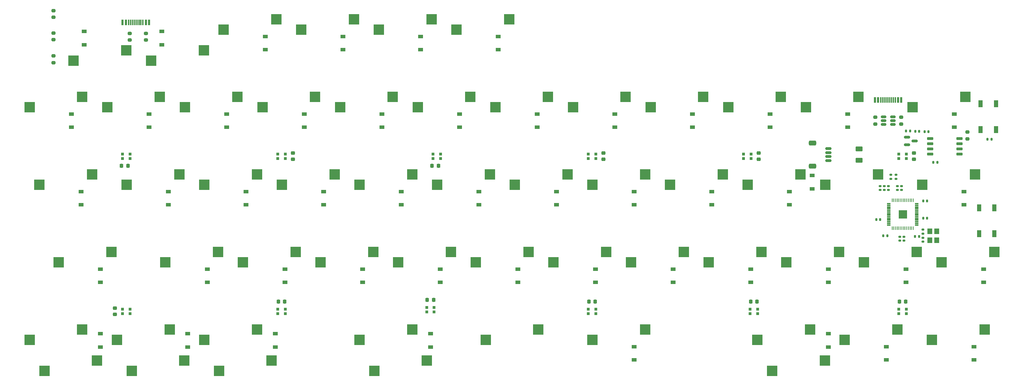
<source format=gbp>
%TF.GenerationSoftware,KiCad,Pcbnew,(6.0.10)*%
%TF.CreationDate,2023-05-22T09:53:43-05:00*%
%TF.ProjectId,Monorail_Steam_Reduced,4d6f6e6f-7261-4696-9c5f-537465616d5f,rev?*%
%TF.SameCoordinates,Original*%
%TF.FileFunction,Paste,Bot*%
%TF.FilePolarity,Positive*%
%FSLAX46Y46*%
G04 Gerber Fmt 4.6, Leading zero omitted, Abs format (unit mm)*
G04 Created by KiCad (PCBNEW (6.0.10)) date 2023-05-22 09:53:43*
%MOMM*%
%LPD*%
G01*
G04 APERTURE LIST*
G04 Aperture macros list*
%AMRoundRect*
0 Rectangle with rounded corners*
0 $1 Rounding radius*
0 $2 $3 $4 $5 $6 $7 $8 $9 X,Y pos of 4 corners*
0 Add a 4 corners polygon primitive as box body*
4,1,4,$2,$3,$4,$5,$6,$7,$8,$9,$2,$3,0*
0 Add four circle primitives for the rounded corners*
1,1,$1+$1,$2,$3*
1,1,$1+$1,$4,$5*
1,1,$1+$1,$6,$7*
1,1,$1+$1,$8,$9*
0 Add four rect primitives between the rounded corners*
20,1,$1+$1,$2,$3,$4,$5,0*
20,1,$1+$1,$4,$5,$6,$7,0*
20,1,$1+$1,$6,$7,$8,$9,0*
20,1,$1+$1,$8,$9,$2,$3,0*%
G04 Aperture macros list end*
%ADD10C,0.010000*%
%ADD11R,2.550000X2.500000*%
%ADD12RoundRect,0.250000X0.625000X-0.375000X0.625000X0.375000X-0.625000X0.375000X-0.625000X-0.375000X0*%
%ADD13R,0.600000X1.450000*%
%ADD14R,0.300000X1.450000*%
%ADD15RoundRect,0.200000X0.275000X-0.200000X0.275000X0.200000X-0.275000X0.200000X-0.275000X-0.200000X0*%
%ADD16RoundRect,0.135000X0.185000X-0.135000X0.185000X0.135000X-0.185000X0.135000X-0.185000X-0.135000X0*%
%ADD17RoundRect,0.150000X0.512500X0.150000X-0.512500X0.150000X-0.512500X-0.150000X0.512500X-0.150000X0*%
%ADD18R,1.200000X0.900000*%
%ADD19RoundRect,0.225000X-0.250000X0.225000X-0.250000X-0.225000X0.250000X-0.225000X0.250000X0.225000X0*%
%ADD20RoundRect,0.135000X-0.135000X-0.185000X0.135000X-0.185000X0.135000X0.185000X-0.135000X0.185000X0*%
%ADD21R,0.700000X0.700000*%
%ADD22RoundRect,0.140000X0.170000X-0.140000X0.170000X0.140000X-0.170000X0.140000X-0.170000X-0.140000X0*%
%ADD23RoundRect,0.225000X0.225000X0.250000X-0.225000X0.250000X-0.225000X-0.250000X0.225000X-0.250000X0*%
%ADD24RoundRect,0.200000X-0.275000X0.200000X-0.275000X-0.200000X0.275000X-0.200000X0.275000X0.200000X0*%
%ADD25RoundRect,0.140000X0.140000X0.170000X-0.140000X0.170000X-0.140000X-0.170000X0.140000X-0.170000X0*%
%ADD26RoundRect,0.140000X-0.140000X-0.170000X0.140000X-0.170000X0.140000X0.170000X-0.140000X0.170000X0*%
%ADD27R,1.000000X1.700000*%
%ADD28RoundRect,0.006000X0.414000X0.094000X-0.414000X0.094000X-0.414000X-0.094000X0.414000X-0.094000X0*%
%ADD29RoundRect,0.020000X0.080000X0.400000X-0.080000X0.400000X-0.080000X-0.400000X0.080000X-0.400000X0*%
%ADD30RoundRect,0.225000X-0.225000X-0.250000X0.225000X-0.250000X0.225000X0.250000X-0.225000X0.250000X0*%
%ADD31RoundRect,0.225000X0.250000X-0.225000X0.250000X0.225000X-0.250000X0.225000X-0.250000X-0.225000X0*%
%ADD32RoundRect,0.140000X-0.170000X0.140000X-0.170000X-0.140000X0.170000X-0.140000X0.170000X0.140000X0*%
%ADD33RoundRect,0.150000X0.650000X0.150000X-0.650000X0.150000X-0.650000X-0.150000X0.650000X-0.150000X0*%
%ADD34RoundRect,0.150000X0.625000X-0.150000X0.625000X0.150000X-0.625000X0.150000X-0.625000X-0.150000X0*%
%ADD35RoundRect,0.250000X0.650000X-0.350000X0.650000X0.350000X-0.650000X0.350000X-0.650000X-0.350000X0*%
%ADD36RoundRect,0.150000X-0.587500X-0.150000X0.587500X-0.150000X0.587500X0.150000X-0.587500X0.150000X0*%
%ADD37R,1.200000X1.400000*%
%ADD38RoundRect,0.135000X0.135000X0.185000X-0.135000X0.185000X-0.135000X-0.185000X0.135000X-0.185000X0*%
G04 APERTURE END LIST*
%TO.C,U4*%
G36*
X247042500Y-97817500D02*
G01*
X245082500Y-97817500D01*
X245082500Y-95857500D01*
X247042500Y-95857500D01*
X247042500Y-97817500D01*
G37*
D10*
X247042500Y-97817500D02*
X245082500Y-97817500D01*
X245082500Y-95857500D01*
X247042500Y-95857500D01*
X247042500Y-97817500D01*
%TD*%
D11*
%TO.C,MX18*%
X31808750Y-70485000D03*
X44735750Y-67945000D03*
%TD*%
%TO.C,MX17*%
X50858750Y-70485000D03*
X63785750Y-67945000D03*
%TD*%
%TO.C,MX16*%
X69908750Y-70485000D03*
X82835750Y-67945000D03*
%TD*%
%TO.C,MX15*%
X88958750Y-70485000D03*
X101885750Y-67945000D03*
%TD*%
%TO.C,MX14*%
X108008750Y-70485000D03*
X120935750Y-67945000D03*
%TD*%
%TO.C,MX13*%
X127058750Y-70485000D03*
X139985750Y-67945000D03*
%TD*%
%TO.C,MX12*%
X146108750Y-70485000D03*
X159035750Y-67945000D03*
%TD*%
%TO.C,MX11*%
X165158750Y-70485000D03*
X178085750Y-67945000D03*
%TD*%
%TO.C,MX10*%
X184208750Y-70485000D03*
X197135750Y-67945000D03*
%TD*%
%TO.C,MX9*%
X203258750Y-70485000D03*
X216185750Y-67945000D03*
%TD*%
%TO.C,MX8*%
X222308750Y-70485000D03*
X235235750Y-67945000D03*
%TD*%
%TO.C,MX7*%
X248502500Y-70485000D03*
X261429500Y-67945000D03*
%TD*%
%TO.C,MX30*%
X34190000Y-89535000D03*
X47117000Y-86995000D03*
%TD*%
%TO.C,MX29*%
X55621250Y-89535000D03*
X68548250Y-86995000D03*
%TD*%
%TO.C,MX28*%
X74671250Y-89535000D03*
X87598250Y-86995000D03*
%TD*%
%TO.C,MX27*%
X93721250Y-89535000D03*
X106648250Y-86995000D03*
%TD*%
%TO.C,MX26*%
X112771250Y-89535000D03*
X125698250Y-86995000D03*
%TD*%
%TO.C,MX25*%
X131821250Y-89535000D03*
X144748250Y-86995000D03*
%TD*%
%TO.C,MX24*%
X150871250Y-89535000D03*
X163798250Y-86995000D03*
%TD*%
%TO.C,MX19*%
X169921250Y-89535000D03*
X182848250Y-86995000D03*
%TD*%
%TO.C,MX23*%
X188971250Y-89535000D03*
X201898250Y-86995000D03*
%TD*%
%TO.C,MX22*%
X208021250Y-89535000D03*
X220948250Y-86995000D03*
%TD*%
%TO.C,MX21*%
X227071250Y-89535000D03*
X239998250Y-86995000D03*
%TD*%
%TO.C,MX20*%
X250883750Y-89535000D03*
X263810750Y-86995000D03*
%TD*%
%TO.C,MX42*%
X38952500Y-108585000D03*
X51879500Y-106045000D03*
%TD*%
%TO.C,MX41*%
X65146250Y-108585000D03*
X78073250Y-106045000D03*
%TD*%
%TO.C,MX40*%
X84196250Y-108585000D03*
X97123250Y-106045000D03*
%TD*%
%TO.C,MX39*%
X103246250Y-108585000D03*
X116173250Y-106045000D03*
%TD*%
%TO.C,MX38*%
X122296250Y-108585000D03*
X135223250Y-106045000D03*
%TD*%
%TO.C,MX37*%
X141346250Y-108585000D03*
X154273250Y-106045000D03*
%TD*%
%TO.C,MX36*%
X160396250Y-108585000D03*
X173323250Y-106045000D03*
%TD*%
%TO.C,MX35*%
X179446250Y-108585000D03*
X192373250Y-106045000D03*
%TD*%
%TO.C,MX34*%
X198496250Y-108585000D03*
X211423250Y-106045000D03*
%TD*%
%TO.C,MX33*%
X217546250Y-108585000D03*
X230473250Y-106045000D03*
%TD*%
%TO.C,MX32*%
X236596250Y-108585000D03*
X249523250Y-106045000D03*
%TD*%
%TO.C,MX31*%
X255646250Y-108585000D03*
X268573250Y-106045000D03*
%TD*%
%TO.C,MX5*%
X74553750Y-56515000D03*
X61626750Y-59055000D03*
%TD*%
%TO.C,MX4*%
X79433750Y-51435000D03*
X92360750Y-48895000D03*
%TD*%
%TO.C,MX3*%
X98483750Y-51435000D03*
X111410750Y-48895000D03*
%TD*%
%TO.C,MX2*%
X117533750Y-51435000D03*
X130460750Y-48895000D03*
%TD*%
%TO.C,MX1*%
X136583750Y-51435000D03*
X149510750Y-48895000D03*
%TD*%
%TO.C,MX44*%
X231833750Y-127635000D03*
X244760750Y-125095000D03*
%TD*%
%TO.C,MX55*%
X48360000Y-132715000D03*
X35433000Y-135255000D03*
%TD*%
%TO.C,MX48*%
X143727500Y-127635000D03*
X156654500Y-125095000D03*
%TD*%
%TO.C,MX53*%
X56864250Y-135255000D03*
X69791250Y-132715000D03*
%TD*%
%TO.C,MX45*%
X214026750Y-135255000D03*
X226953750Y-132715000D03*
%TD*%
%TO.C,MX56*%
X31808750Y-127635000D03*
X44735750Y-125095000D03*
%TD*%
%TO.C,MX47*%
X169921250Y-127635000D03*
X182848250Y-125095000D03*
%TD*%
%TO.C,MX6*%
X55503750Y-56515000D03*
X42576750Y-59055000D03*
%TD*%
%TO.C,MX54*%
X66167000Y-125095000D03*
X53240000Y-127635000D03*
%TD*%
%TO.C,MX46*%
X223329500Y-125095000D03*
X210402500Y-127635000D03*
%TD*%
%TO.C,MX51*%
X91222500Y-132715000D03*
X78295500Y-135255000D03*
%TD*%
%TO.C,MX43*%
X253265000Y-127635000D03*
X266192000Y-125095000D03*
%TD*%
%TO.C,MX50*%
X112771250Y-127635000D03*
X125698250Y-125095000D03*
%TD*%
%TO.C,MX49*%
X129322500Y-132715000D03*
X116395500Y-135255000D03*
%TD*%
%TO.C,MX52*%
X74671250Y-127635000D03*
X87598250Y-125095000D03*
%TD*%
D12*
%TO.C,F1*%
X235347928Y-83571835D03*
X235347928Y-80771835D03*
%TD*%
D13*
%TO.C,J6*%
X239240625Y-68735625D03*
X240040625Y-68735625D03*
D14*
X241240625Y-68735625D03*
X242240625Y-68735625D03*
X242740625Y-68735625D03*
X243740625Y-68735625D03*
D13*
X244940625Y-68735625D03*
X245740625Y-68735625D03*
X245740625Y-68735625D03*
X244940625Y-68735625D03*
D14*
X244240625Y-68735625D03*
X243240625Y-68735625D03*
X241740625Y-68735625D03*
X240740625Y-68735625D03*
D13*
X240040625Y-68735625D03*
X239240625Y-68735625D03*
%TD*%
D15*
%TO.C,R4*%
X60325000Y-54006250D03*
X60325000Y-52356250D03*
%TD*%
%TO.C,R7*%
X245665625Y-74643750D03*
X245665625Y-72993750D03*
%TD*%
%TO.C,R6*%
X239315625Y-74643750D03*
X239315625Y-72993750D03*
%TD*%
%TO.C,R3*%
X56356250Y-54006250D03*
X56356250Y-52356250D03*
%TD*%
D16*
%TO.C,R10*%
X243125625Y-88147500D03*
X243125625Y-87127500D03*
%TD*%
D17*
%TO.C,U1*%
X243628125Y-72868750D03*
X243628125Y-73818750D03*
X243628125Y-74768750D03*
X241353125Y-74768750D03*
X241353125Y-73818750D03*
X241353125Y-72868750D03*
%TD*%
D18*
%TO.C,D42*%
X94456250Y-113568750D03*
X94456250Y-110268750D03*
%TD*%
D19*
%TO.C,C28*%
X52784375Y-119875000D03*
X52784375Y-121425000D03*
%TD*%
D18*
%TO.C,D12*%
X80168750Y-75468750D03*
X80168750Y-72168750D03*
%TD*%
%TO.C,D37*%
X199231250Y-94518750D03*
X199231250Y-91218750D03*
%TD*%
%TO.C,D11*%
X61118750Y-75468750D03*
X61118750Y-72168750D03*
%TD*%
%TO.C,D38*%
X218281250Y-94518750D03*
X218281250Y-91218750D03*
%TD*%
%TO.C,D17*%
X175418750Y-75468750D03*
X175418750Y-72168750D03*
%TD*%
D20*
%TO.C,R9*%
X266836250Y-78393751D03*
X267856250Y-78393751D03*
%TD*%
D18*
%TO.C,D21*%
X258762500Y-75468750D03*
X258762500Y-72168750D03*
%TD*%
D21*
%TO.C,D54*%
X92747500Y-120100000D03*
X94577500Y-120100000D03*
X94577500Y-121200000D03*
X92747500Y-121200000D03*
%TD*%
%TO.C,D25*%
X170777500Y-83100000D03*
X168947500Y-83100000D03*
X168947500Y-82000000D03*
X170777500Y-82000000D03*
%TD*%
D22*
%TO.C,C22*%
X251064013Y-103552401D03*
X251064013Y-102592401D03*
%TD*%
%TO.C,C15*%
X245808750Y-90830023D03*
X245808750Y-89870023D03*
%TD*%
D23*
%TO.C,C10*%
X132140625Y-84931250D03*
X130590625Y-84931250D03*
%TD*%
D24*
%TO.C,R8*%
X261976292Y-76648118D03*
X261976292Y-78298118D03*
%TD*%
D25*
%TO.C,C3*%
X252409280Y-76490476D03*
X251449280Y-76490476D03*
%TD*%
D24*
%TO.C,R5*%
X37703125Y-57912500D03*
X37703125Y-59562500D03*
%TD*%
D26*
%TO.C,C16*%
X251122014Y-93542939D03*
X252082014Y-93542939D03*
%TD*%
D18*
%TO.C,D16*%
X156368750Y-75468750D03*
X156368750Y-72168750D03*
%TD*%
D26*
%TO.C,C1*%
X246919787Y-76333887D03*
X247879787Y-76333887D03*
%TD*%
D13*
%TO.C,J5*%
X54630250Y-49685625D03*
X55430250Y-49685625D03*
D14*
X56630250Y-49685625D03*
X57630250Y-49685625D03*
X58130250Y-49685625D03*
X59130250Y-49685625D03*
D13*
X60330250Y-49685625D03*
X61130250Y-49685625D03*
X61130250Y-49685625D03*
X60330250Y-49685625D03*
D14*
X59630250Y-49685625D03*
X58630250Y-49685625D03*
X57130250Y-49685625D03*
X56130250Y-49685625D03*
D13*
X55430250Y-49685625D03*
X54630250Y-49685625D03*
%TD*%
D18*
%TO.C,D19*%
X213518750Y-75468750D03*
X213518750Y-72168750D03*
%TD*%
%TO.C,D6*%
X89693750Y-56418750D03*
X89693750Y-53118750D03*
%TD*%
%TO.C,D64*%
X242093750Y-132618750D03*
X242093750Y-129318750D03*
%TD*%
D22*
%TO.C,C13*%
X242567100Y-90830023D03*
X242567100Y-89870023D03*
%TD*%
D27*
%TO.C,SWR2*%
X268600000Y-95275000D03*
X268600000Y-101575000D03*
X264800000Y-101575000D03*
X264800000Y-95275000D03*
%TD*%
D18*
%TO.C,D43*%
X113506250Y-113568750D03*
X113506250Y-110268750D03*
%TD*%
%TO.C,D59*%
X70643750Y-129443750D03*
X70643750Y-126143750D03*
%TD*%
D20*
%TO.C,R12*%
X241331994Y-102074696D03*
X242351994Y-102074696D03*
%TD*%
D21*
%TO.C,D23*%
X94577500Y-83100000D03*
X92747500Y-83100000D03*
X92747500Y-82000000D03*
X94577500Y-82000000D03*
%TD*%
%TO.C,D53*%
X54647500Y-120100000D03*
X56477500Y-120100000D03*
X56477500Y-121200000D03*
X54647500Y-121200000D03*
%TD*%
D23*
%TO.C,C9*%
X55940625Y-84931250D03*
X54390625Y-84931250D03*
%TD*%
D18*
%TO.C,D10*%
X42068750Y-75468750D03*
X42068750Y-72168750D03*
%TD*%
D28*
%TO.C,U4*%
X249497500Y-94237500D03*
X249497500Y-94637500D03*
X249497500Y-95037500D03*
X249497500Y-95437500D03*
X249497500Y-95837500D03*
X249497500Y-96237500D03*
X249497500Y-96637500D03*
X249497500Y-97037500D03*
X249497500Y-97437500D03*
X249497500Y-97837500D03*
X249497500Y-98237500D03*
X249497500Y-98637500D03*
X249497500Y-99037500D03*
X249497500Y-99437500D03*
D29*
X248662500Y-100272500D03*
X248262500Y-100272500D03*
X247862500Y-100272500D03*
X247462500Y-100272500D03*
X247062500Y-100272500D03*
X246662500Y-100272500D03*
X246262500Y-100272500D03*
X245862500Y-100272500D03*
X245462500Y-100272500D03*
X245062500Y-100272500D03*
X244662500Y-100272500D03*
X244262500Y-100272500D03*
X243862500Y-100272500D03*
X243462500Y-100272500D03*
D28*
X242627500Y-99437500D03*
X242627500Y-99037500D03*
X242627500Y-98637500D03*
X242627500Y-98237500D03*
X242627500Y-97837500D03*
X242627500Y-97437500D03*
X242627500Y-97037500D03*
X242627500Y-96637500D03*
X242627500Y-96237500D03*
X242627500Y-95837500D03*
X242627500Y-95437500D03*
X242627500Y-95037500D03*
X242627500Y-94637500D03*
X242627500Y-94237500D03*
D29*
X243462500Y-93402500D03*
X243862500Y-93402500D03*
X244262500Y-93402500D03*
X244662500Y-93402500D03*
X245062500Y-93402500D03*
X245462500Y-93402500D03*
X245862500Y-93402500D03*
X246262500Y-93402500D03*
X246662500Y-93402500D03*
X247062500Y-93402500D03*
X247462500Y-93402500D03*
X247862500Y-93402500D03*
X248262500Y-93402500D03*
X248662500Y-93402500D03*
%TD*%
D26*
%TO.C,C2*%
X249163134Y-76410261D03*
X250123134Y-76410261D03*
%TD*%
D18*
%TO.C,D32*%
X103981250Y-94518750D03*
X103981250Y-91218750D03*
%TD*%
D30*
%TO.C,C24*%
X92887500Y-118268750D03*
X94437500Y-118268750D03*
%TD*%
D18*
%TO.C,D9*%
X146843750Y-56418750D03*
X146843750Y-53118750D03*
%TD*%
D22*
%TO.C,C12*%
X241567100Y-90830023D03*
X241567100Y-89870023D03*
%TD*%
D18*
%TO.C,D14*%
X118268750Y-75468750D03*
X118268750Y-72168750D03*
%TD*%
%TO.C,D63*%
X180181250Y-132618750D03*
X180181250Y-129318750D03*
%TD*%
D31*
%TO.C,C4*%
X96440625Y-83325000D03*
X96440625Y-81775000D03*
%TD*%
D18*
%TO.C,D50*%
X246856250Y-113568750D03*
X246856250Y-110268750D03*
%TD*%
%TO.C,D60*%
X92075000Y-129443750D03*
X92075000Y-126143750D03*
%TD*%
%TO.C,D65*%
X263525000Y-132618750D03*
X263525000Y-129318750D03*
%TD*%
%TO.C,D15*%
X137318750Y-75468750D03*
X137318750Y-72168750D03*
%TD*%
%TO.C,D20*%
X232568750Y-75468750D03*
X232568750Y-72168750D03*
%TD*%
D25*
%TO.C,C18*%
X240568286Y-98137203D03*
X239608286Y-98137203D03*
%TD*%
D21*
%TO.C,D27*%
X246977500Y-83100000D03*
X245147500Y-83100000D03*
X245147500Y-82000000D03*
X246977500Y-82000000D03*
%TD*%
D31*
%TO.C,C6*%
X210740625Y-83325000D03*
X210740625Y-81775000D03*
%TD*%
D18*
%TO.C,D34*%
X142081250Y-94518750D03*
X142081250Y-91218750D03*
%TD*%
D30*
%TO.C,C27*%
X245287500Y-118268750D03*
X246837500Y-118268750D03*
%TD*%
D18*
%TO.C,D61*%
X130175000Y-129443750D03*
X130175000Y-126143750D03*
%TD*%
D21*
%TO.C,D57*%
X245147500Y-120100000D03*
X246977500Y-120100000D03*
X246977500Y-121200000D03*
X245147500Y-121200000D03*
%TD*%
D18*
%TO.C,D45*%
X151606250Y-113568750D03*
X151606250Y-110268750D03*
%TD*%
%TO.C,D39*%
X261143750Y-94518750D03*
X261143750Y-91218750D03*
%TD*%
D30*
%TO.C,C26*%
X208775000Y-118268750D03*
X210325000Y-118268750D03*
%TD*%
D18*
%TO.C,D47*%
X189706250Y-113568750D03*
X189706250Y-110268750D03*
%TD*%
D32*
%TO.C,C21*%
X246400000Y-102357500D03*
X246400000Y-103317500D03*
%TD*%
D30*
%TO.C,C25*%
X169087500Y-118268750D03*
X170637500Y-118268750D03*
%TD*%
D22*
%TO.C,C14*%
X244808750Y-90830023D03*
X244808750Y-89870023D03*
%TD*%
D21*
%TO.C,D52*%
X129260000Y-119703125D03*
X131090000Y-119703125D03*
X131090000Y-120803125D03*
X129260000Y-120803125D03*
%TD*%
D18*
%TO.C,D40*%
X49212500Y-113568750D03*
X49212500Y-110268750D03*
%TD*%
%TO.C,D48*%
X208756250Y-113568750D03*
X208756250Y-110268750D03*
%TD*%
D24*
%TO.C,R1*%
X37703125Y-46800000D03*
X37703125Y-48450000D03*
%TD*%
D18*
%TO.C,D13*%
X99218750Y-75468750D03*
X99218750Y-72168750D03*
%TD*%
D27*
%TO.C,SWR1*%
X265162500Y-69687500D03*
X265162500Y-75987500D03*
X268962500Y-75987500D03*
X268962500Y-69687500D03*
%TD*%
D33*
%TO.C,U3*%
X259981250Y-78263750D03*
X259981250Y-79533750D03*
X259981250Y-80803750D03*
X259981250Y-82073750D03*
X252781250Y-82073750D03*
X252781250Y-80803750D03*
X252781250Y-79533750D03*
X252781250Y-78263750D03*
%TD*%
D21*
%TO.C,D24*%
X132677500Y-83100000D03*
X130847500Y-83100000D03*
X130847500Y-82000000D03*
X132677500Y-82000000D03*
%TD*%
D18*
%TO.C,D30*%
X65881250Y-94518750D03*
X65881250Y-91218750D03*
%TD*%
%TO.C,D4*%
X45243750Y-51928125D03*
X45243750Y-55228125D03*
%TD*%
%TO.C,D36*%
X180181250Y-94518750D03*
X180181250Y-91218750D03*
%TD*%
D16*
%TO.C,R11*%
X244462500Y-88147500D03*
X244462500Y-87127500D03*
%TD*%
D24*
%TO.C,R2*%
X37703125Y-52292000D03*
X37703125Y-53942000D03*
%TD*%
D18*
%TO.C,D7*%
X108743750Y-56418750D03*
X108743750Y-53118750D03*
%TD*%
%TO.C,D18*%
X194468750Y-75468750D03*
X194468750Y-72168750D03*
%TD*%
%TO.C,D5*%
X64293750Y-51928125D03*
X64293750Y-55228125D03*
%TD*%
D22*
%TO.C,C11*%
X240506250Y-90830023D03*
X240506250Y-89870023D03*
%TD*%
D18*
%TO.C,D33*%
X123031250Y-94518750D03*
X123031250Y-91218750D03*
%TD*%
%TO.C,D49*%
X227806250Y-113568750D03*
X227806250Y-110268750D03*
%TD*%
D21*
%TO.C,D22*%
X56477500Y-83100000D03*
X54647500Y-83100000D03*
X54647500Y-82000000D03*
X56477500Y-82000000D03*
%TD*%
%TO.C,D26*%
X208877500Y-83100000D03*
X207047500Y-83100000D03*
X207047500Y-82000000D03*
X208877500Y-82000000D03*
%TD*%
D34*
%TO.C,J7*%
X227821875Y-83653125D03*
X227821875Y-82653125D03*
X227821875Y-81653125D03*
X227821875Y-80653125D03*
D35*
X223946875Y-79353125D03*
X223946875Y-84953125D03*
%TD*%
D30*
%TO.C,C23*%
X129400000Y-117871875D03*
X130950000Y-117871875D03*
%TD*%
D18*
%TO.C,D31*%
X84931250Y-94518750D03*
X84931250Y-91218750D03*
%TD*%
%TO.C,D62*%
X227806250Y-129443750D03*
X227806250Y-126143750D03*
%TD*%
%TO.C,D58*%
X49212500Y-129443750D03*
X49212500Y-126143750D03*
%TD*%
D32*
%TO.C,C20*%
X245400000Y-102357500D03*
X245400000Y-103317500D03*
%TD*%
D18*
%TO.C,D35*%
X161131250Y-94518750D03*
X161131250Y-91218750D03*
%TD*%
%TO.C,D29*%
X44450000Y-94518750D03*
X44450000Y-91218750D03*
%TD*%
%TO.C,D28*%
X223837500Y-90550000D03*
X223837500Y-87250000D03*
%TD*%
D36*
%TO.C,U2*%
X247139171Y-79751119D03*
X247139171Y-77851119D03*
X249014171Y-78801119D03*
%TD*%
D18*
%TO.C,D41*%
X75406250Y-113568750D03*
X75406250Y-110268750D03*
%TD*%
%TO.C,D44*%
X132556250Y-113568750D03*
X132556250Y-110268750D03*
%TD*%
%TO.C,D8*%
X127793750Y-56418750D03*
X127793750Y-53118750D03*
%TD*%
D31*
%TO.C,C5*%
X172640625Y-83325000D03*
X172640625Y-81775000D03*
%TD*%
D37*
%TO.C,Y1*%
X252714013Y-103172401D03*
X252714013Y-100972401D03*
X254414013Y-100972401D03*
X254414013Y-103172401D03*
%TD*%
D18*
%TO.C,D46*%
X170656250Y-113568750D03*
X170656250Y-110268750D03*
%TD*%
D25*
%TO.C,C8*%
X254573695Y-84078765D03*
X253613695Y-84078765D03*
%TD*%
D18*
%TO.C,D51*%
X265906250Y-113568750D03*
X265906250Y-110268750D03*
%TD*%
D21*
%TO.C,D55*%
X168947500Y-120100000D03*
X170777500Y-120100000D03*
X170777500Y-121200000D03*
X168947500Y-121200000D03*
%TD*%
%TO.C,D56*%
X208635000Y-120100000D03*
X210465000Y-120100000D03*
X210465000Y-121200000D03*
X208635000Y-121200000D03*
%TD*%
D26*
%TO.C,C17*%
X251082500Y-97737500D03*
X252042500Y-97737500D03*
%TD*%
D31*
%TO.C,C7*%
X248840625Y-83325000D03*
X248840625Y-81775000D03*
%TD*%
D22*
%TO.C,C19*%
X251064013Y-101572401D03*
X251064013Y-100612401D03*
%TD*%
D38*
%TO.C,R13*%
X250074013Y-102237500D03*
X249054013Y-102237500D03*
%TD*%
M02*

</source>
